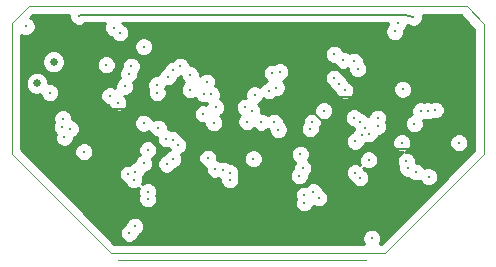
<source format=gbr>
G04 (created by PCBNEW-RS274X (2012-apr-16-27)-stable) date Thu 03 Apr 2014 02:01:57 PM EDT*
G01*
G70*
G90*
%MOIN*%
G04 Gerber Fmt 3.4, Leading zero omitted, Abs format*
%FSLAX34Y34*%
G04 APERTURE LIST*
%ADD10C,0.006000*%
%ADD11C,0.000400*%
%ADD12C,0.002000*%
%ADD13C,0.013000*%
%ADD14C,0.026000*%
%ADD15C,0.008000*%
%ADD16C,0.007000*%
%ADD17C,0.010000*%
G04 APERTURE END LIST*
G54D10*
G54D11*
X24646Y-27224D02*
X27953Y-23917D01*
X15512Y-27224D02*
X12205Y-23917D01*
X15512Y-27224D02*
X24646Y-27224D01*
X12766Y-18996D02*
X12205Y-19557D01*
X27392Y-18996D02*
X27953Y-19596D01*
X26939Y-18996D02*
X27392Y-18996D01*
X27953Y-19596D02*
X27953Y-23917D01*
X16663Y-18996D02*
X26938Y-18996D01*
X12205Y-19557D02*
X12205Y-23917D01*
X16664Y-18996D02*
X12766Y-18996D01*
X15748Y-27461D02*
X24016Y-27461D01*
G54D12*
X15748Y-27461D02*
X24016Y-27461D01*
G54D13*
X25591Y-19360D03*
X14439Y-19331D03*
X24970Y-19833D03*
X12687Y-19665D03*
X16260Y-24783D03*
X17815Y-20984D03*
X16319Y-24508D03*
X17579Y-21122D03*
X17087Y-23051D03*
X18701Y-21516D03*
X17736Y-23622D03*
X18602Y-21909D03*
X18996Y-22362D03*
X18986Y-24419D03*
X19980Y-22362D03*
X19469Y-24774D03*
X20945Y-22854D03*
X20197Y-22480D03*
X22146Y-23081D03*
X20295Y-21939D03*
X21132Y-21171D03*
X21788Y-24643D03*
X23868Y-23268D03*
X23809Y-24705D03*
X24114Y-23248D03*
X23612Y-20827D03*
X22953Y-20591D03*
X24400Y-22717D03*
X25827Y-22480D03*
X25394Y-24390D03*
X26319Y-22451D03*
X25669Y-24518D03*
X21949Y-25285D03*
X23120Y-21585D03*
X23612Y-22707D03*
X22254Y-25177D03*
X15728Y-22205D03*
X16732Y-25413D03*
X15965Y-21663D03*
X16732Y-25177D03*
X17047Y-21870D03*
X17559Y-24094D03*
X21949Y-25551D03*
X22943Y-21388D03*
X23819Y-22835D03*
X22441Y-25384D03*
X16594Y-20334D03*
X13878Y-23012D03*
X16181Y-20994D03*
X14154Y-23071D03*
X16083Y-24587D03*
X17402Y-21339D03*
X18150Y-21280D03*
X16594Y-24232D03*
X17343Y-23406D03*
X18150Y-21772D03*
X17579Y-23445D03*
X18858Y-21929D03*
X18937Y-22874D03*
X19252Y-24459D03*
X19469Y-24537D03*
X20039Y-22835D03*
X17028Y-21614D03*
X17362Y-24252D03*
X20778Y-21811D03*
X21083Y-23100D03*
X21024Y-21703D03*
X22215Y-22854D03*
X21900Y-24380D03*
X20876Y-21220D03*
X23642Y-24537D03*
X23652Y-23494D03*
X23730Y-21083D03*
X23967Y-23051D03*
X23248Y-20787D03*
X24409Y-22992D03*
X25354Y-24154D03*
X25620Y-22904D03*
X26093Y-24675D03*
X26083Y-22480D03*
X13898Y-22736D03*
X15354Y-20945D03*
X16103Y-21240D03*
X13957Y-23366D03*
G54D14*
X13593Y-20846D03*
G54D13*
X24203Y-26732D03*
X25069Y-19557D03*
X15797Y-19872D03*
X16299Y-26329D03*
G54D14*
X13031Y-20915D03*
G54D13*
X24262Y-21614D03*
X26152Y-23445D03*
X14488Y-21752D03*
X17618Y-22441D03*
X15768Y-26693D03*
X19488Y-23524D03*
X15108Y-19705D03*
X15571Y-23661D03*
X23120Y-24016D03*
X21614Y-22323D03*
G54D14*
X13041Y-21555D03*
G54D13*
X16112Y-26555D03*
X13465Y-21870D03*
X18740Y-24055D03*
X27106Y-23543D03*
X16594Y-22895D03*
X25226Y-21762D03*
X14606Y-23839D03*
X20512Y-22854D03*
X18583Y-22579D03*
X20256Y-24075D03*
X25197Y-23543D03*
X24094Y-24114D03*
X15600Y-19705D03*
X23297Y-21791D03*
X21821Y-23927D03*
X22598Y-22470D03*
X16732Y-23780D03*
X15472Y-21978D03*
G54D15*
X14499Y-19271D02*
X23731Y-19271D01*
X23730Y-19272D02*
X25296Y-19272D01*
X25296Y-19272D02*
X25591Y-19360D01*
X23731Y-19271D02*
X23730Y-19272D01*
X14439Y-19331D02*
X14499Y-19271D01*
X14488Y-21752D02*
X13868Y-21752D01*
X13868Y-21752D02*
X13031Y-20915D01*
X15679Y-23769D02*
X15571Y-23661D01*
G54D16*
X17982Y-22805D02*
X17618Y-22441D01*
X18661Y-23484D02*
X17982Y-22805D01*
X18760Y-23484D02*
X18661Y-23484D01*
X15571Y-22578D02*
X15728Y-22421D01*
X17598Y-22421D02*
X17618Y-22441D01*
X17303Y-22421D02*
X17598Y-22421D01*
G54D15*
X15679Y-26427D02*
X15679Y-23769D01*
G54D16*
X23553Y-22028D02*
X21909Y-22028D01*
X19448Y-23484D02*
X18760Y-23484D01*
X19488Y-23524D02*
X19448Y-23484D01*
X15571Y-23661D02*
X15571Y-22578D01*
G54D15*
X15768Y-26693D02*
X15679Y-26427D01*
G54D16*
X23967Y-21614D02*
X23553Y-22028D01*
X23120Y-24016D02*
X23543Y-24016D01*
X23809Y-23750D02*
X25847Y-23750D01*
X23120Y-24016D02*
X23120Y-23386D01*
X17303Y-22421D02*
X15728Y-22421D01*
X16753Y-22421D02*
X17303Y-22421D01*
X15728Y-22421D02*
X15157Y-22421D01*
X23120Y-23386D02*
X22057Y-22323D01*
X21614Y-23130D02*
X21614Y-22323D01*
X24262Y-21614D02*
X23967Y-21614D01*
X15571Y-23661D02*
X15571Y-23603D01*
X23543Y-24016D02*
X23809Y-23750D01*
X15157Y-22421D02*
X14488Y-21752D01*
X22057Y-22323D02*
X21614Y-22323D01*
G54D15*
X15108Y-19705D02*
X14488Y-20325D01*
X14488Y-20325D02*
X14488Y-21752D01*
G54D16*
X21909Y-22028D02*
X21614Y-22323D01*
X19488Y-23524D02*
X21220Y-23524D01*
X25847Y-23750D02*
X26152Y-23445D01*
X21220Y-23524D02*
X21614Y-23130D01*
G54D10*
G36*
X27607Y-19783D02*
X27598Y-23818D01*
X27421Y-23995D01*
X27421Y-23606D01*
X27421Y-23481D01*
X27373Y-23365D01*
X27285Y-23276D01*
X27169Y-23228D01*
X27044Y-23228D01*
X26928Y-23276D01*
X26839Y-23364D01*
X26791Y-23480D01*
X26791Y-23605D01*
X26839Y-23721D01*
X26927Y-23810D01*
X27043Y-23858D01*
X27168Y-23858D01*
X27284Y-23810D01*
X27373Y-23722D01*
X27421Y-23606D01*
X27421Y-23995D01*
X26634Y-24785D01*
X26634Y-22514D01*
X26634Y-22389D01*
X26586Y-22273D01*
X26498Y-22184D01*
X26382Y-22136D01*
X26257Y-22136D01*
X26166Y-22173D01*
X26146Y-22165D01*
X26021Y-22165D01*
X25955Y-22192D01*
X25890Y-22165D01*
X25765Y-22165D01*
X25649Y-22213D01*
X25560Y-22301D01*
X25541Y-22346D01*
X25541Y-21825D01*
X25541Y-21700D01*
X25493Y-21584D01*
X25405Y-21495D01*
X25289Y-21447D01*
X25164Y-21447D01*
X25048Y-21495D01*
X24959Y-21583D01*
X24911Y-21699D01*
X24911Y-21824D01*
X24959Y-21940D01*
X25047Y-22029D01*
X25163Y-22077D01*
X25288Y-22077D01*
X25404Y-22029D01*
X25493Y-21941D01*
X25541Y-21825D01*
X25541Y-22346D01*
X25512Y-22417D01*
X25512Y-22542D01*
X25535Y-22598D01*
X25442Y-22637D01*
X25353Y-22725D01*
X25305Y-22841D01*
X25305Y-22966D01*
X25353Y-23082D01*
X25441Y-23171D01*
X25557Y-23219D01*
X25682Y-23219D01*
X25798Y-23171D01*
X25887Y-23083D01*
X25935Y-22967D01*
X25935Y-22842D01*
X25911Y-22785D01*
X25954Y-22767D01*
X26020Y-22795D01*
X26145Y-22795D01*
X26235Y-22757D01*
X26256Y-22766D01*
X26381Y-22766D01*
X26497Y-22718D01*
X26586Y-22630D01*
X26634Y-22514D01*
X26634Y-24785D01*
X26408Y-25011D01*
X26408Y-24738D01*
X26408Y-24613D01*
X26360Y-24497D01*
X26272Y-24408D01*
X26156Y-24360D01*
X26031Y-24360D01*
X25956Y-24390D01*
X25936Y-24340D01*
X25848Y-24251D01*
X25732Y-24203D01*
X25669Y-24203D01*
X25669Y-24092D01*
X25621Y-23976D01*
X25533Y-23887D01*
X25417Y-23839D01*
X25304Y-23839D01*
X25375Y-23810D01*
X25464Y-23722D01*
X25512Y-23606D01*
X25512Y-23481D01*
X25464Y-23365D01*
X25376Y-23276D01*
X25260Y-23228D01*
X25135Y-23228D01*
X25019Y-23276D01*
X24930Y-23364D01*
X24882Y-23480D01*
X24882Y-23605D01*
X24930Y-23721D01*
X25018Y-23810D01*
X25134Y-23858D01*
X25246Y-23858D01*
X25176Y-23887D01*
X25087Y-23975D01*
X25039Y-24091D01*
X25039Y-24216D01*
X25081Y-24319D01*
X25079Y-24327D01*
X25079Y-24452D01*
X25127Y-24568D01*
X25215Y-24657D01*
X25331Y-24705D01*
X25410Y-24705D01*
X25490Y-24785D01*
X25606Y-24833D01*
X25731Y-24833D01*
X25805Y-24802D01*
X25826Y-24853D01*
X25914Y-24942D01*
X26030Y-24990D01*
X26155Y-24990D01*
X26271Y-24942D01*
X26360Y-24854D01*
X26408Y-24738D01*
X26408Y-25011D01*
X24724Y-26701D01*
X24724Y-23055D01*
X24724Y-22930D01*
X24688Y-22844D01*
X24715Y-22780D01*
X24715Y-22655D01*
X24667Y-22539D01*
X24579Y-22450D01*
X24463Y-22402D01*
X24338Y-22402D01*
X24222Y-22450D01*
X24133Y-22538D01*
X24085Y-22654D01*
X24085Y-22655D01*
X24045Y-22615D01*
X24045Y-21146D01*
X24045Y-21021D01*
X23997Y-20905D01*
X23927Y-20834D01*
X23927Y-20765D01*
X23879Y-20649D01*
X23791Y-20560D01*
X23675Y-20512D01*
X23550Y-20512D01*
X23457Y-20550D01*
X23427Y-20520D01*
X23311Y-20472D01*
X23244Y-20472D01*
X23220Y-20413D01*
X23132Y-20324D01*
X23016Y-20276D01*
X22891Y-20276D01*
X22775Y-20324D01*
X22686Y-20412D01*
X22638Y-20528D01*
X22638Y-20653D01*
X22686Y-20769D01*
X22774Y-20858D01*
X22890Y-20906D01*
X22956Y-20906D01*
X22981Y-20965D01*
X23069Y-21054D01*
X23185Y-21102D01*
X23310Y-21102D01*
X23402Y-21063D01*
X23415Y-21075D01*
X23415Y-21145D01*
X23463Y-21261D01*
X23551Y-21350D01*
X23667Y-21398D01*
X23792Y-21398D01*
X23908Y-21350D01*
X23997Y-21262D01*
X24045Y-21146D01*
X24045Y-22615D01*
X23998Y-22568D01*
X23882Y-22520D01*
X23870Y-22520D01*
X23791Y-22440D01*
X23675Y-22392D01*
X23612Y-22392D01*
X23612Y-21854D01*
X23612Y-21729D01*
X23564Y-21613D01*
X23476Y-21524D01*
X23427Y-21503D01*
X23387Y-21407D01*
X23299Y-21318D01*
X23245Y-21295D01*
X23210Y-21210D01*
X23122Y-21121D01*
X23006Y-21073D01*
X22881Y-21073D01*
X22765Y-21121D01*
X22676Y-21209D01*
X22628Y-21325D01*
X22628Y-21450D01*
X22676Y-21566D01*
X22764Y-21655D01*
X22817Y-21677D01*
X22853Y-21763D01*
X22941Y-21852D01*
X22989Y-21872D01*
X23030Y-21969D01*
X23118Y-22058D01*
X23234Y-22106D01*
X23359Y-22106D01*
X23475Y-22058D01*
X23564Y-21970D01*
X23612Y-21854D01*
X23612Y-22392D01*
X23550Y-22392D01*
X23434Y-22440D01*
X23345Y-22528D01*
X23297Y-22644D01*
X23297Y-22769D01*
X23345Y-22885D01*
X23433Y-22974D01*
X23549Y-23022D01*
X23560Y-23022D01*
X23614Y-23075D01*
X23601Y-23089D01*
X23558Y-23192D01*
X23474Y-23227D01*
X23385Y-23315D01*
X23337Y-23431D01*
X23337Y-23556D01*
X23385Y-23672D01*
X23473Y-23761D01*
X23589Y-23809D01*
X23714Y-23809D01*
X23830Y-23761D01*
X23919Y-23673D01*
X23961Y-23569D01*
X24014Y-23547D01*
X24051Y-23563D01*
X24176Y-23563D01*
X24292Y-23515D01*
X24381Y-23427D01*
X24429Y-23311D01*
X24429Y-23307D01*
X24471Y-23307D01*
X24587Y-23259D01*
X24676Y-23171D01*
X24724Y-23055D01*
X24724Y-26701D01*
X24507Y-26919D01*
X24461Y-26918D01*
X24470Y-26911D01*
X24518Y-26795D01*
X24518Y-26670D01*
X24470Y-26554D01*
X24409Y-26492D01*
X24409Y-24177D01*
X24409Y-24052D01*
X24361Y-23936D01*
X24273Y-23847D01*
X24157Y-23799D01*
X24032Y-23799D01*
X23916Y-23847D01*
X23827Y-23935D01*
X23779Y-24051D01*
X23779Y-24176D01*
X23817Y-24268D01*
X23705Y-24222D01*
X23580Y-24222D01*
X23464Y-24270D01*
X23375Y-24358D01*
X23327Y-24474D01*
X23327Y-24599D01*
X23375Y-24715D01*
X23463Y-24804D01*
X23518Y-24827D01*
X23542Y-24883D01*
X23630Y-24972D01*
X23746Y-25020D01*
X23871Y-25020D01*
X23987Y-24972D01*
X24076Y-24884D01*
X24124Y-24768D01*
X24124Y-24643D01*
X24076Y-24527D01*
X23988Y-24438D01*
X23932Y-24414D01*
X23918Y-24382D01*
X24031Y-24429D01*
X24156Y-24429D01*
X24272Y-24381D01*
X24361Y-24293D01*
X24409Y-24177D01*
X24409Y-26492D01*
X24382Y-26465D01*
X24266Y-26417D01*
X24141Y-26417D01*
X24025Y-26465D01*
X23936Y-26553D01*
X23888Y-26669D01*
X23888Y-26794D01*
X23936Y-26910D01*
X23944Y-26918D01*
X22913Y-26916D01*
X22913Y-22533D01*
X22913Y-22408D01*
X22865Y-22292D01*
X22777Y-22203D01*
X22661Y-22155D01*
X22536Y-22155D01*
X22420Y-22203D01*
X22331Y-22291D01*
X22283Y-22407D01*
X22283Y-22532D01*
X22287Y-22542D01*
X22278Y-22539D01*
X22153Y-22539D01*
X22037Y-22587D01*
X21948Y-22675D01*
X21900Y-22791D01*
X21900Y-22881D01*
X21879Y-22902D01*
X21831Y-23018D01*
X21831Y-23143D01*
X21879Y-23259D01*
X21967Y-23348D01*
X22083Y-23396D01*
X22208Y-23396D01*
X22324Y-23348D01*
X22413Y-23260D01*
X22461Y-23144D01*
X22461Y-23053D01*
X22482Y-23033D01*
X22530Y-22917D01*
X22530Y-22792D01*
X22525Y-22781D01*
X22535Y-22785D01*
X22660Y-22785D01*
X22776Y-22737D01*
X22865Y-22649D01*
X22913Y-22533D01*
X22913Y-26916D01*
X22756Y-26916D01*
X22756Y-25447D01*
X22756Y-25322D01*
X22708Y-25206D01*
X22620Y-25117D01*
X22559Y-25091D01*
X22521Y-24999D01*
X22433Y-24910D01*
X22317Y-24862D01*
X22215Y-24862D01*
X22215Y-24443D01*
X22215Y-24318D01*
X22167Y-24202D01*
X22079Y-24113D01*
X22088Y-24106D01*
X22136Y-23990D01*
X22136Y-23865D01*
X22088Y-23749D01*
X22000Y-23660D01*
X21884Y-23612D01*
X21759Y-23612D01*
X21643Y-23660D01*
X21554Y-23748D01*
X21506Y-23864D01*
X21506Y-23989D01*
X21554Y-24105D01*
X21641Y-24193D01*
X21633Y-24201D01*
X21585Y-24317D01*
X21585Y-24400D01*
X21521Y-24464D01*
X21473Y-24580D01*
X21473Y-24705D01*
X21521Y-24821D01*
X21609Y-24910D01*
X21725Y-24958D01*
X21850Y-24958D01*
X21966Y-24910D01*
X22055Y-24822D01*
X22103Y-24706D01*
X22103Y-24622D01*
X22167Y-24559D01*
X22215Y-24443D01*
X22215Y-24862D01*
X22192Y-24862D01*
X22076Y-24910D01*
X22014Y-24970D01*
X22012Y-24970D01*
X21887Y-24970D01*
X21771Y-25018D01*
X21682Y-25106D01*
X21634Y-25222D01*
X21634Y-25347D01*
X21663Y-25417D01*
X21634Y-25488D01*
X21634Y-25613D01*
X21682Y-25729D01*
X21770Y-25818D01*
X21886Y-25866D01*
X22011Y-25866D01*
X22127Y-25818D01*
X22216Y-25730D01*
X22252Y-25641D01*
X22262Y-25651D01*
X22378Y-25699D01*
X22503Y-25699D01*
X22619Y-25651D01*
X22708Y-25563D01*
X22756Y-25447D01*
X22756Y-26916D01*
X21447Y-26915D01*
X21447Y-21234D01*
X21447Y-21109D01*
X21399Y-20993D01*
X21311Y-20904D01*
X21195Y-20856D01*
X21070Y-20856D01*
X20954Y-20904D01*
X20948Y-20909D01*
X20939Y-20905D01*
X20814Y-20905D01*
X20698Y-20953D01*
X20609Y-21041D01*
X20561Y-21157D01*
X20561Y-21282D01*
X20609Y-21398D01*
X20697Y-21487D01*
X20718Y-21496D01*
X20716Y-21496D01*
X20600Y-21544D01*
X20511Y-21632D01*
X20488Y-21686D01*
X20474Y-21672D01*
X20358Y-21624D01*
X20233Y-21624D01*
X20117Y-21672D01*
X20028Y-21760D01*
X19980Y-21876D01*
X19980Y-22001D01*
X19999Y-22047D01*
X19918Y-22047D01*
X19802Y-22095D01*
X19713Y-22183D01*
X19665Y-22299D01*
X19665Y-22424D01*
X19713Y-22540D01*
X19800Y-22628D01*
X19772Y-22656D01*
X19724Y-22772D01*
X19724Y-22897D01*
X19772Y-23013D01*
X19860Y-23102D01*
X19976Y-23150D01*
X20101Y-23150D01*
X20217Y-23102D01*
X20266Y-23053D01*
X20333Y-23121D01*
X20449Y-23169D01*
X20574Y-23169D01*
X20690Y-23121D01*
X20728Y-23083D01*
X20766Y-23121D01*
X20768Y-23121D01*
X20768Y-23162D01*
X20816Y-23278D01*
X20904Y-23367D01*
X21020Y-23415D01*
X21145Y-23415D01*
X21261Y-23367D01*
X21350Y-23279D01*
X21398Y-23163D01*
X21398Y-23038D01*
X21350Y-22922D01*
X21262Y-22833D01*
X21260Y-22832D01*
X21260Y-22792D01*
X21212Y-22676D01*
X21124Y-22587D01*
X21008Y-22539D01*
X20883Y-22539D01*
X20767Y-22587D01*
X20728Y-22624D01*
X20691Y-22587D01*
X20575Y-22539D01*
X20512Y-22539D01*
X20512Y-22418D01*
X20464Y-22302D01*
X20399Y-22236D01*
X20473Y-22206D01*
X20562Y-22118D01*
X20584Y-22063D01*
X20599Y-22078D01*
X20715Y-22126D01*
X20840Y-22126D01*
X20956Y-22078D01*
X21016Y-22018D01*
X21086Y-22018D01*
X21202Y-21970D01*
X21291Y-21882D01*
X21339Y-21766D01*
X21339Y-21641D01*
X21291Y-21525D01*
X21235Y-21468D01*
X21310Y-21438D01*
X21399Y-21350D01*
X21447Y-21234D01*
X21447Y-26915D01*
X20571Y-26914D01*
X20571Y-24138D01*
X20571Y-24013D01*
X20523Y-23897D01*
X20435Y-23808D01*
X20319Y-23760D01*
X20194Y-23760D01*
X20078Y-23808D01*
X19989Y-23896D01*
X19941Y-24012D01*
X19941Y-24137D01*
X19989Y-24253D01*
X20077Y-24342D01*
X20193Y-24390D01*
X20318Y-24390D01*
X20434Y-24342D01*
X20523Y-24254D01*
X20571Y-24138D01*
X20571Y-26914D01*
X19784Y-26913D01*
X19784Y-24837D01*
X19784Y-24712D01*
X19760Y-24656D01*
X19784Y-24600D01*
X19784Y-24475D01*
X19736Y-24359D01*
X19648Y-24270D01*
X19532Y-24222D01*
X19460Y-24222D01*
X19431Y-24192D01*
X19315Y-24144D01*
X19311Y-24144D01*
X19311Y-22425D01*
X19311Y-22300D01*
X19263Y-22184D01*
X19175Y-22095D01*
X19136Y-22079D01*
X19173Y-21992D01*
X19173Y-21867D01*
X19125Y-21751D01*
X19037Y-21662D01*
X18989Y-21642D01*
X19016Y-21579D01*
X19016Y-21454D01*
X18968Y-21338D01*
X18880Y-21249D01*
X18764Y-21201D01*
X18639Y-21201D01*
X18523Y-21249D01*
X18465Y-21306D01*
X18465Y-21218D01*
X18417Y-21102D01*
X18329Y-21013D01*
X18213Y-20965D01*
X18130Y-20965D01*
X18130Y-20922D01*
X18082Y-20806D01*
X17994Y-20717D01*
X17878Y-20669D01*
X17753Y-20669D01*
X17637Y-20717D01*
X17548Y-20805D01*
X17547Y-20807D01*
X17517Y-20807D01*
X17401Y-20855D01*
X17312Y-20943D01*
X17265Y-21054D01*
X17224Y-21072D01*
X17135Y-21160D01*
X17087Y-21276D01*
X17087Y-21299D01*
X16966Y-21299D01*
X16909Y-21322D01*
X16909Y-20397D01*
X16909Y-20272D01*
X16861Y-20156D01*
X16773Y-20067D01*
X16657Y-20019D01*
X16532Y-20019D01*
X16416Y-20067D01*
X16327Y-20155D01*
X16279Y-20271D01*
X16279Y-20396D01*
X16327Y-20512D01*
X16415Y-20601D01*
X16531Y-20649D01*
X16656Y-20649D01*
X16772Y-20601D01*
X16861Y-20513D01*
X16909Y-20397D01*
X16909Y-21322D01*
X16850Y-21347D01*
X16761Y-21435D01*
X16713Y-21551D01*
X16713Y-21676D01*
X16749Y-21764D01*
X16732Y-21807D01*
X16732Y-21932D01*
X16780Y-22048D01*
X16868Y-22137D01*
X16984Y-22185D01*
X17109Y-22185D01*
X17225Y-22137D01*
X17314Y-22049D01*
X17362Y-21933D01*
X17362Y-21808D01*
X17325Y-21719D01*
X17343Y-21677D01*
X17343Y-21654D01*
X17464Y-21654D01*
X17580Y-21606D01*
X17669Y-21518D01*
X17715Y-21406D01*
X17757Y-21389D01*
X17835Y-21311D01*
X17835Y-21342D01*
X17883Y-21458D01*
X17950Y-21526D01*
X17883Y-21593D01*
X17835Y-21709D01*
X17835Y-21834D01*
X17883Y-21950D01*
X17971Y-22039D01*
X18087Y-22087D01*
X18212Y-22087D01*
X18317Y-22043D01*
X18335Y-22087D01*
X18423Y-22176D01*
X18539Y-22224D01*
X18664Y-22224D01*
X18705Y-22206D01*
X18717Y-22211D01*
X18688Y-22281D01*
X18646Y-22264D01*
X18521Y-22264D01*
X18405Y-22312D01*
X18316Y-22400D01*
X18268Y-22516D01*
X18268Y-22641D01*
X18316Y-22757D01*
X18404Y-22846D01*
X18520Y-22894D01*
X18622Y-22894D01*
X18622Y-22936D01*
X18670Y-23052D01*
X18758Y-23141D01*
X18874Y-23189D01*
X18999Y-23189D01*
X19115Y-23141D01*
X19204Y-23053D01*
X19252Y-22937D01*
X19252Y-22812D01*
X19204Y-22696D01*
X19148Y-22639D01*
X19174Y-22629D01*
X19263Y-22541D01*
X19311Y-22425D01*
X19311Y-24144D01*
X19190Y-24144D01*
X19166Y-24153D01*
X19165Y-24152D01*
X19055Y-24106D01*
X19055Y-23993D01*
X19007Y-23877D01*
X18919Y-23788D01*
X18803Y-23740D01*
X18678Y-23740D01*
X18562Y-23788D01*
X18473Y-23876D01*
X18425Y-23992D01*
X18425Y-24117D01*
X18473Y-24233D01*
X18561Y-24322D01*
X18671Y-24367D01*
X18671Y-24481D01*
X18719Y-24597D01*
X18807Y-24686D01*
X18923Y-24734D01*
X19048Y-24734D01*
X19071Y-24724D01*
X19073Y-24726D01*
X19154Y-24759D01*
X19154Y-24836D01*
X19202Y-24952D01*
X19290Y-25041D01*
X19406Y-25089D01*
X19531Y-25089D01*
X19647Y-25041D01*
X19736Y-24953D01*
X19784Y-24837D01*
X19784Y-26913D01*
X18051Y-26911D01*
X18051Y-23685D01*
X18051Y-23560D01*
X18003Y-23444D01*
X17915Y-23355D01*
X17875Y-23338D01*
X17846Y-23267D01*
X17758Y-23178D01*
X17642Y-23130D01*
X17517Y-23130D01*
X17508Y-23133D01*
X17406Y-23091D01*
X17402Y-23091D01*
X17402Y-22989D01*
X17354Y-22873D01*
X17266Y-22784D01*
X17150Y-22736D01*
X17025Y-22736D01*
X16909Y-22784D01*
X16894Y-22798D01*
X16861Y-22717D01*
X16773Y-22628D01*
X16657Y-22580D01*
X16532Y-22580D01*
X16496Y-22594D01*
X16496Y-21057D01*
X16496Y-20932D01*
X16448Y-20816D01*
X16360Y-20727D01*
X16244Y-20679D01*
X16119Y-20679D01*
X16003Y-20727D01*
X15914Y-20815D01*
X15866Y-20931D01*
X15866Y-21031D01*
X15836Y-21061D01*
X15788Y-21177D01*
X15788Y-21302D01*
X15821Y-21381D01*
X15787Y-21396D01*
X15698Y-21484D01*
X15669Y-21554D01*
X15669Y-21008D01*
X15669Y-20883D01*
X15621Y-20767D01*
X15533Y-20678D01*
X15417Y-20630D01*
X15292Y-20630D01*
X15176Y-20678D01*
X15087Y-20766D01*
X15039Y-20882D01*
X15039Y-21007D01*
X15087Y-21123D01*
X15175Y-21212D01*
X15291Y-21260D01*
X15416Y-21260D01*
X15532Y-21212D01*
X15621Y-21124D01*
X15669Y-21008D01*
X15669Y-21554D01*
X15650Y-21600D01*
X15650Y-21710D01*
X15535Y-21663D01*
X15410Y-21663D01*
X15294Y-21711D01*
X15205Y-21799D01*
X15157Y-21915D01*
X15157Y-22040D01*
X15205Y-22156D01*
X15293Y-22245D01*
X15409Y-22293D01*
X15423Y-22293D01*
X15461Y-22383D01*
X15549Y-22472D01*
X15665Y-22520D01*
X15790Y-22520D01*
X15906Y-22472D01*
X15995Y-22384D01*
X16043Y-22268D01*
X16043Y-22143D01*
X15995Y-22027D01*
X15946Y-21978D01*
X16027Y-21978D01*
X16143Y-21930D01*
X16232Y-21842D01*
X16280Y-21726D01*
X16280Y-21601D01*
X16246Y-21521D01*
X16281Y-21507D01*
X16370Y-21419D01*
X16418Y-21303D01*
X16418Y-21202D01*
X16448Y-21173D01*
X16496Y-21057D01*
X16496Y-22594D01*
X16416Y-22628D01*
X16327Y-22716D01*
X16279Y-22832D01*
X16279Y-22957D01*
X16327Y-23073D01*
X16415Y-23162D01*
X16531Y-23210D01*
X16656Y-23210D01*
X16772Y-23162D01*
X16786Y-23147D01*
X16820Y-23229D01*
X16908Y-23318D01*
X17024Y-23366D01*
X17028Y-23366D01*
X17028Y-23468D01*
X17076Y-23584D01*
X17164Y-23673D01*
X17280Y-23721D01*
X17405Y-23721D01*
X17413Y-23717D01*
X17439Y-23728D01*
X17465Y-23791D01*
X17381Y-23827D01*
X17292Y-23915D01*
X17279Y-23945D01*
X17184Y-23985D01*
X17095Y-24073D01*
X17047Y-24189D01*
X17047Y-24314D01*
X17095Y-24430D01*
X17183Y-24519D01*
X17299Y-24567D01*
X17424Y-24567D01*
X17540Y-24519D01*
X17629Y-24431D01*
X17641Y-24400D01*
X17737Y-24361D01*
X17826Y-24273D01*
X17874Y-24157D01*
X17874Y-24032D01*
X17829Y-23924D01*
X17914Y-23889D01*
X18003Y-23801D01*
X18051Y-23685D01*
X18051Y-26911D01*
X17047Y-26910D01*
X17047Y-25476D01*
X17047Y-25351D01*
X17024Y-25295D01*
X17047Y-25240D01*
X17047Y-25115D01*
X16999Y-24999D01*
X16911Y-24910D01*
X16795Y-24862D01*
X16670Y-24862D01*
X16554Y-24910D01*
X16544Y-24919D01*
X16575Y-24846D01*
X16575Y-24721D01*
X16568Y-24704D01*
X16586Y-24687D01*
X16634Y-24571D01*
X16634Y-24547D01*
X16656Y-24547D01*
X16772Y-24499D01*
X16861Y-24411D01*
X16909Y-24295D01*
X16909Y-24170D01*
X16865Y-24065D01*
X16910Y-24047D01*
X16999Y-23959D01*
X17047Y-23843D01*
X17047Y-23718D01*
X16999Y-23602D01*
X16911Y-23513D01*
X16795Y-23465D01*
X16670Y-23465D01*
X16554Y-23513D01*
X16465Y-23601D01*
X16417Y-23717D01*
X16417Y-23842D01*
X16460Y-23946D01*
X16416Y-23965D01*
X16327Y-24053D01*
X16279Y-24169D01*
X16279Y-24193D01*
X16257Y-24193D01*
X16141Y-24241D01*
X16109Y-24272D01*
X16021Y-24272D01*
X15905Y-24320D01*
X15816Y-24408D01*
X15768Y-24524D01*
X15768Y-24649D01*
X15816Y-24765D01*
X15904Y-24854D01*
X15957Y-24876D01*
X15993Y-24961D01*
X16081Y-25050D01*
X16197Y-25098D01*
X16322Y-25098D01*
X16438Y-25050D01*
X16447Y-25040D01*
X16417Y-25114D01*
X16417Y-25239D01*
X16439Y-25294D01*
X16417Y-25350D01*
X16417Y-25475D01*
X16465Y-25591D01*
X16553Y-25680D01*
X16669Y-25728D01*
X16794Y-25728D01*
X16910Y-25680D01*
X16999Y-25592D01*
X17047Y-25476D01*
X17047Y-26910D01*
X16614Y-26910D01*
X16614Y-26392D01*
X16614Y-26267D01*
X16566Y-26151D01*
X16478Y-26062D01*
X16362Y-26014D01*
X16237Y-26014D01*
X16121Y-26062D01*
X16032Y-26150D01*
X15984Y-26266D01*
X15984Y-26267D01*
X15934Y-26288D01*
X15845Y-26376D01*
X15797Y-26492D01*
X15797Y-26617D01*
X15845Y-26733D01*
X15933Y-26822D01*
X16049Y-26870D01*
X16174Y-26870D01*
X16290Y-26822D01*
X16379Y-26734D01*
X16427Y-26618D01*
X16427Y-26616D01*
X16477Y-26596D01*
X16566Y-26508D01*
X16614Y-26392D01*
X16614Y-26910D01*
X15621Y-26909D01*
X14921Y-26198D01*
X14921Y-23902D01*
X14921Y-23777D01*
X14873Y-23661D01*
X14785Y-23572D01*
X14669Y-23524D01*
X14544Y-23524D01*
X14469Y-23555D01*
X14469Y-23134D01*
X14469Y-23009D01*
X14421Y-22893D01*
X14333Y-22804D01*
X14217Y-22756D01*
X14213Y-22756D01*
X14213Y-22674D01*
X14165Y-22558D01*
X14077Y-22469D01*
X13973Y-22425D01*
X13973Y-20922D01*
X13973Y-20771D01*
X13915Y-20631D01*
X13809Y-20524D01*
X13669Y-20466D01*
X13518Y-20466D01*
X13378Y-20524D01*
X13271Y-20630D01*
X13213Y-20770D01*
X13213Y-20921D01*
X13271Y-21061D01*
X13377Y-21168D01*
X13517Y-21226D01*
X13668Y-21226D01*
X13808Y-21168D01*
X13915Y-21062D01*
X13973Y-20922D01*
X13973Y-22425D01*
X13961Y-22421D01*
X13836Y-22421D01*
X13780Y-22444D01*
X13780Y-21933D01*
X13780Y-21808D01*
X13732Y-21692D01*
X13644Y-21603D01*
X13528Y-21555D01*
X13421Y-21555D01*
X13421Y-21480D01*
X13363Y-21340D01*
X13257Y-21233D01*
X13117Y-21175D01*
X12966Y-21175D01*
X12826Y-21233D01*
X12719Y-21339D01*
X12661Y-21479D01*
X12661Y-21630D01*
X12719Y-21770D01*
X12825Y-21877D01*
X12965Y-21935D01*
X13116Y-21935D01*
X13150Y-21920D01*
X13150Y-21932D01*
X13198Y-22048D01*
X13286Y-22137D01*
X13402Y-22185D01*
X13527Y-22185D01*
X13643Y-22137D01*
X13732Y-22049D01*
X13780Y-21933D01*
X13780Y-22444D01*
X13720Y-22469D01*
X13631Y-22557D01*
X13583Y-22673D01*
X13583Y-22798D01*
X13604Y-22849D01*
X13563Y-22949D01*
X13563Y-23074D01*
X13611Y-23190D01*
X13665Y-23245D01*
X13642Y-23303D01*
X13642Y-23428D01*
X13690Y-23544D01*
X13778Y-23633D01*
X13894Y-23681D01*
X14019Y-23681D01*
X14135Y-23633D01*
X14224Y-23545D01*
X14272Y-23429D01*
X14272Y-23362D01*
X14332Y-23338D01*
X14421Y-23250D01*
X14469Y-23134D01*
X14469Y-23555D01*
X14428Y-23572D01*
X14339Y-23660D01*
X14291Y-23776D01*
X14291Y-23901D01*
X14339Y-24017D01*
X14427Y-24106D01*
X14543Y-24154D01*
X14668Y-24154D01*
X14784Y-24106D01*
X14873Y-24018D01*
X14921Y-23902D01*
X14921Y-26198D01*
X12520Y-23760D01*
X12520Y-19936D01*
X12624Y-19980D01*
X12749Y-19980D01*
X12865Y-19932D01*
X12954Y-19844D01*
X13002Y-19728D01*
X13002Y-19603D01*
X12954Y-19487D01*
X12866Y-19398D01*
X12807Y-19373D01*
X12895Y-19282D01*
X14124Y-19282D01*
X14124Y-19393D01*
X14172Y-19509D01*
X14260Y-19598D01*
X14376Y-19646D01*
X14501Y-19646D01*
X14617Y-19598D01*
X14654Y-19561D01*
X15318Y-19561D01*
X15285Y-19642D01*
X15285Y-19767D01*
X15333Y-19883D01*
X15421Y-19972D01*
X15513Y-20010D01*
X15530Y-20050D01*
X15618Y-20139D01*
X15734Y-20187D01*
X15859Y-20187D01*
X15975Y-20139D01*
X16064Y-20051D01*
X16112Y-19935D01*
X16112Y-19810D01*
X16064Y-19694D01*
X15976Y-19605D01*
X15883Y-19566D01*
X15881Y-19561D01*
X23724Y-19561D01*
X23730Y-19562D01*
X24754Y-19562D01*
X24754Y-19603D01*
X24703Y-19654D01*
X24655Y-19770D01*
X24655Y-19895D01*
X24703Y-20011D01*
X24791Y-20100D01*
X24907Y-20148D01*
X25032Y-20148D01*
X25148Y-20100D01*
X25237Y-20012D01*
X25285Y-19896D01*
X25285Y-19786D01*
X25336Y-19736D01*
X25384Y-19620D01*
X25384Y-19601D01*
X25387Y-19602D01*
X25412Y-19627D01*
X25528Y-19675D01*
X25653Y-19675D01*
X25769Y-19627D01*
X25858Y-19539D01*
X25906Y-19423D01*
X25906Y-19298D01*
X25899Y-19282D01*
X27163Y-19282D01*
X27607Y-19783D01*
X27607Y-19783D01*
G37*
G54D17*
X27607Y-19783D02*
X27598Y-23818D01*
X27421Y-23995D01*
X27421Y-23606D01*
X27421Y-23481D01*
X27373Y-23365D01*
X27285Y-23276D01*
X27169Y-23228D01*
X27044Y-23228D01*
X26928Y-23276D01*
X26839Y-23364D01*
X26791Y-23480D01*
X26791Y-23605D01*
X26839Y-23721D01*
X26927Y-23810D01*
X27043Y-23858D01*
X27168Y-23858D01*
X27284Y-23810D01*
X27373Y-23722D01*
X27421Y-23606D01*
X27421Y-23995D01*
X26634Y-24785D01*
X26634Y-22514D01*
X26634Y-22389D01*
X26586Y-22273D01*
X26498Y-22184D01*
X26382Y-22136D01*
X26257Y-22136D01*
X26166Y-22173D01*
X26146Y-22165D01*
X26021Y-22165D01*
X25955Y-22192D01*
X25890Y-22165D01*
X25765Y-22165D01*
X25649Y-22213D01*
X25560Y-22301D01*
X25541Y-22346D01*
X25541Y-21825D01*
X25541Y-21700D01*
X25493Y-21584D01*
X25405Y-21495D01*
X25289Y-21447D01*
X25164Y-21447D01*
X25048Y-21495D01*
X24959Y-21583D01*
X24911Y-21699D01*
X24911Y-21824D01*
X24959Y-21940D01*
X25047Y-22029D01*
X25163Y-22077D01*
X25288Y-22077D01*
X25404Y-22029D01*
X25493Y-21941D01*
X25541Y-21825D01*
X25541Y-22346D01*
X25512Y-22417D01*
X25512Y-22542D01*
X25535Y-22598D01*
X25442Y-22637D01*
X25353Y-22725D01*
X25305Y-22841D01*
X25305Y-22966D01*
X25353Y-23082D01*
X25441Y-23171D01*
X25557Y-23219D01*
X25682Y-23219D01*
X25798Y-23171D01*
X25887Y-23083D01*
X25935Y-22967D01*
X25935Y-22842D01*
X25911Y-22785D01*
X25954Y-22767D01*
X26020Y-22795D01*
X26145Y-22795D01*
X26235Y-22757D01*
X26256Y-22766D01*
X26381Y-22766D01*
X26497Y-22718D01*
X26586Y-22630D01*
X26634Y-22514D01*
X26634Y-24785D01*
X26408Y-25011D01*
X26408Y-24738D01*
X26408Y-24613D01*
X26360Y-24497D01*
X26272Y-24408D01*
X26156Y-24360D01*
X26031Y-24360D01*
X25956Y-24390D01*
X25936Y-24340D01*
X25848Y-24251D01*
X25732Y-24203D01*
X25669Y-24203D01*
X25669Y-24092D01*
X25621Y-23976D01*
X25533Y-23887D01*
X25417Y-23839D01*
X25304Y-23839D01*
X25375Y-23810D01*
X25464Y-23722D01*
X25512Y-23606D01*
X25512Y-23481D01*
X25464Y-23365D01*
X25376Y-23276D01*
X25260Y-23228D01*
X25135Y-23228D01*
X25019Y-23276D01*
X24930Y-23364D01*
X24882Y-23480D01*
X24882Y-23605D01*
X24930Y-23721D01*
X25018Y-23810D01*
X25134Y-23858D01*
X25246Y-23858D01*
X25176Y-23887D01*
X25087Y-23975D01*
X25039Y-24091D01*
X25039Y-24216D01*
X25081Y-24319D01*
X25079Y-24327D01*
X25079Y-24452D01*
X25127Y-24568D01*
X25215Y-24657D01*
X25331Y-24705D01*
X25410Y-24705D01*
X25490Y-24785D01*
X25606Y-24833D01*
X25731Y-24833D01*
X25805Y-24802D01*
X25826Y-24853D01*
X25914Y-24942D01*
X26030Y-24990D01*
X26155Y-24990D01*
X26271Y-24942D01*
X26360Y-24854D01*
X26408Y-24738D01*
X26408Y-25011D01*
X24724Y-26701D01*
X24724Y-23055D01*
X24724Y-22930D01*
X24688Y-22844D01*
X24715Y-22780D01*
X24715Y-22655D01*
X24667Y-22539D01*
X24579Y-22450D01*
X24463Y-22402D01*
X24338Y-22402D01*
X24222Y-22450D01*
X24133Y-22538D01*
X24085Y-22654D01*
X24085Y-22655D01*
X24045Y-22615D01*
X24045Y-21146D01*
X24045Y-21021D01*
X23997Y-20905D01*
X23927Y-20834D01*
X23927Y-20765D01*
X23879Y-20649D01*
X23791Y-20560D01*
X23675Y-20512D01*
X23550Y-20512D01*
X23457Y-20550D01*
X23427Y-20520D01*
X23311Y-20472D01*
X23244Y-20472D01*
X23220Y-20413D01*
X23132Y-20324D01*
X23016Y-20276D01*
X22891Y-20276D01*
X22775Y-20324D01*
X22686Y-20412D01*
X22638Y-20528D01*
X22638Y-20653D01*
X22686Y-20769D01*
X22774Y-20858D01*
X22890Y-20906D01*
X22956Y-20906D01*
X22981Y-20965D01*
X23069Y-21054D01*
X23185Y-21102D01*
X23310Y-21102D01*
X23402Y-21063D01*
X23415Y-21075D01*
X23415Y-21145D01*
X23463Y-21261D01*
X23551Y-21350D01*
X23667Y-21398D01*
X23792Y-21398D01*
X23908Y-21350D01*
X23997Y-21262D01*
X24045Y-21146D01*
X24045Y-22615D01*
X23998Y-22568D01*
X23882Y-22520D01*
X23870Y-22520D01*
X23791Y-22440D01*
X23675Y-22392D01*
X23612Y-22392D01*
X23612Y-21854D01*
X23612Y-21729D01*
X23564Y-21613D01*
X23476Y-21524D01*
X23427Y-21503D01*
X23387Y-21407D01*
X23299Y-21318D01*
X23245Y-21295D01*
X23210Y-21210D01*
X23122Y-21121D01*
X23006Y-21073D01*
X22881Y-21073D01*
X22765Y-21121D01*
X22676Y-21209D01*
X22628Y-21325D01*
X22628Y-21450D01*
X22676Y-21566D01*
X22764Y-21655D01*
X22817Y-21677D01*
X22853Y-21763D01*
X22941Y-21852D01*
X22989Y-21872D01*
X23030Y-21969D01*
X23118Y-22058D01*
X23234Y-22106D01*
X23359Y-22106D01*
X23475Y-22058D01*
X23564Y-21970D01*
X23612Y-21854D01*
X23612Y-22392D01*
X23550Y-22392D01*
X23434Y-22440D01*
X23345Y-22528D01*
X23297Y-22644D01*
X23297Y-22769D01*
X23345Y-22885D01*
X23433Y-22974D01*
X23549Y-23022D01*
X23560Y-23022D01*
X23614Y-23075D01*
X23601Y-23089D01*
X23558Y-23192D01*
X23474Y-23227D01*
X23385Y-23315D01*
X23337Y-23431D01*
X23337Y-23556D01*
X23385Y-23672D01*
X23473Y-23761D01*
X23589Y-23809D01*
X23714Y-23809D01*
X23830Y-23761D01*
X23919Y-23673D01*
X23961Y-23569D01*
X24014Y-23547D01*
X24051Y-23563D01*
X24176Y-23563D01*
X24292Y-23515D01*
X24381Y-23427D01*
X24429Y-23311D01*
X24429Y-23307D01*
X24471Y-23307D01*
X24587Y-23259D01*
X24676Y-23171D01*
X24724Y-23055D01*
X24724Y-26701D01*
X24507Y-26919D01*
X24461Y-26918D01*
X24470Y-26911D01*
X24518Y-26795D01*
X24518Y-26670D01*
X24470Y-26554D01*
X24409Y-26492D01*
X24409Y-24177D01*
X24409Y-24052D01*
X24361Y-23936D01*
X24273Y-23847D01*
X24157Y-23799D01*
X24032Y-23799D01*
X23916Y-23847D01*
X23827Y-23935D01*
X23779Y-24051D01*
X23779Y-24176D01*
X23817Y-24268D01*
X23705Y-24222D01*
X23580Y-24222D01*
X23464Y-24270D01*
X23375Y-24358D01*
X23327Y-24474D01*
X23327Y-24599D01*
X23375Y-24715D01*
X23463Y-24804D01*
X23518Y-24827D01*
X23542Y-24883D01*
X23630Y-24972D01*
X23746Y-25020D01*
X23871Y-25020D01*
X23987Y-24972D01*
X24076Y-24884D01*
X24124Y-24768D01*
X24124Y-24643D01*
X24076Y-24527D01*
X23988Y-24438D01*
X23932Y-24414D01*
X23918Y-24382D01*
X24031Y-24429D01*
X24156Y-24429D01*
X24272Y-24381D01*
X24361Y-24293D01*
X24409Y-24177D01*
X24409Y-26492D01*
X24382Y-26465D01*
X24266Y-26417D01*
X24141Y-26417D01*
X24025Y-26465D01*
X23936Y-26553D01*
X23888Y-26669D01*
X23888Y-26794D01*
X23936Y-26910D01*
X23944Y-26918D01*
X22913Y-26916D01*
X22913Y-22533D01*
X22913Y-22408D01*
X22865Y-22292D01*
X22777Y-22203D01*
X22661Y-22155D01*
X22536Y-22155D01*
X22420Y-22203D01*
X22331Y-22291D01*
X22283Y-22407D01*
X22283Y-22532D01*
X22287Y-22542D01*
X22278Y-22539D01*
X22153Y-22539D01*
X22037Y-22587D01*
X21948Y-22675D01*
X21900Y-22791D01*
X21900Y-22881D01*
X21879Y-22902D01*
X21831Y-23018D01*
X21831Y-23143D01*
X21879Y-23259D01*
X21967Y-23348D01*
X22083Y-23396D01*
X22208Y-23396D01*
X22324Y-23348D01*
X22413Y-23260D01*
X22461Y-23144D01*
X22461Y-23053D01*
X22482Y-23033D01*
X22530Y-22917D01*
X22530Y-22792D01*
X22525Y-22781D01*
X22535Y-22785D01*
X22660Y-22785D01*
X22776Y-22737D01*
X22865Y-22649D01*
X22913Y-22533D01*
X22913Y-26916D01*
X22756Y-26916D01*
X22756Y-25447D01*
X22756Y-25322D01*
X22708Y-25206D01*
X22620Y-25117D01*
X22559Y-25091D01*
X22521Y-24999D01*
X22433Y-24910D01*
X22317Y-24862D01*
X22215Y-24862D01*
X22215Y-24443D01*
X22215Y-24318D01*
X22167Y-24202D01*
X22079Y-24113D01*
X22088Y-24106D01*
X22136Y-23990D01*
X22136Y-23865D01*
X22088Y-23749D01*
X22000Y-23660D01*
X21884Y-23612D01*
X21759Y-23612D01*
X21643Y-23660D01*
X21554Y-23748D01*
X21506Y-23864D01*
X21506Y-23989D01*
X21554Y-24105D01*
X21641Y-24193D01*
X21633Y-24201D01*
X21585Y-24317D01*
X21585Y-24400D01*
X21521Y-24464D01*
X21473Y-24580D01*
X21473Y-24705D01*
X21521Y-24821D01*
X21609Y-24910D01*
X21725Y-24958D01*
X21850Y-24958D01*
X21966Y-24910D01*
X22055Y-24822D01*
X22103Y-24706D01*
X22103Y-24622D01*
X22167Y-24559D01*
X22215Y-24443D01*
X22215Y-24862D01*
X22192Y-24862D01*
X22076Y-24910D01*
X22014Y-24970D01*
X22012Y-24970D01*
X21887Y-24970D01*
X21771Y-25018D01*
X21682Y-25106D01*
X21634Y-25222D01*
X21634Y-25347D01*
X21663Y-25417D01*
X21634Y-25488D01*
X21634Y-25613D01*
X21682Y-25729D01*
X21770Y-25818D01*
X21886Y-25866D01*
X22011Y-25866D01*
X22127Y-25818D01*
X22216Y-25730D01*
X22252Y-25641D01*
X22262Y-25651D01*
X22378Y-25699D01*
X22503Y-25699D01*
X22619Y-25651D01*
X22708Y-25563D01*
X22756Y-25447D01*
X22756Y-26916D01*
X21447Y-26915D01*
X21447Y-21234D01*
X21447Y-21109D01*
X21399Y-20993D01*
X21311Y-20904D01*
X21195Y-20856D01*
X21070Y-20856D01*
X20954Y-20904D01*
X20948Y-20909D01*
X20939Y-20905D01*
X20814Y-20905D01*
X20698Y-20953D01*
X20609Y-21041D01*
X20561Y-21157D01*
X20561Y-21282D01*
X20609Y-21398D01*
X20697Y-21487D01*
X20718Y-21496D01*
X20716Y-21496D01*
X20600Y-21544D01*
X20511Y-21632D01*
X20488Y-21686D01*
X20474Y-21672D01*
X20358Y-21624D01*
X20233Y-21624D01*
X20117Y-21672D01*
X20028Y-21760D01*
X19980Y-21876D01*
X19980Y-22001D01*
X19999Y-22047D01*
X19918Y-22047D01*
X19802Y-22095D01*
X19713Y-22183D01*
X19665Y-22299D01*
X19665Y-22424D01*
X19713Y-22540D01*
X19800Y-22628D01*
X19772Y-22656D01*
X19724Y-22772D01*
X19724Y-22897D01*
X19772Y-23013D01*
X19860Y-23102D01*
X19976Y-23150D01*
X20101Y-23150D01*
X20217Y-23102D01*
X20266Y-23053D01*
X20333Y-23121D01*
X20449Y-23169D01*
X20574Y-23169D01*
X20690Y-23121D01*
X20728Y-23083D01*
X20766Y-23121D01*
X20768Y-23121D01*
X20768Y-23162D01*
X20816Y-23278D01*
X20904Y-23367D01*
X21020Y-23415D01*
X21145Y-23415D01*
X21261Y-23367D01*
X21350Y-23279D01*
X21398Y-23163D01*
X21398Y-23038D01*
X21350Y-22922D01*
X21262Y-22833D01*
X21260Y-22832D01*
X21260Y-22792D01*
X21212Y-22676D01*
X21124Y-22587D01*
X21008Y-22539D01*
X20883Y-22539D01*
X20767Y-22587D01*
X20728Y-22624D01*
X20691Y-22587D01*
X20575Y-22539D01*
X20512Y-22539D01*
X20512Y-22418D01*
X20464Y-22302D01*
X20399Y-22236D01*
X20473Y-22206D01*
X20562Y-22118D01*
X20584Y-22063D01*
X20599Y-22078D01*
X20715Y-22126D01*
X20840Y-22126D01*
X20956Y-22078D01*
X21016Y-22018D01*
X21086Y-22018D01*
X21202Y-21970D01*
X21291Y-21882D01*
X21339Y-21766D01*
X21339Y-21641D01*
X21291Y-21525D01*
X21235Y-21468D01*
X21310Y-21438D01*
X21399Y-21350D01*
X21447Y-21234D01*
X21447Y-26915D01*
X20571Y-26914D01*
X20571Y-24138D01*
X20571Y-24013D01*
X20523Y-23897D01*
X20435Y-23808D01*
X20319Y-23760D01*
X20194Y-23760D01*
X20078Y-23808D01*
X19989Y-23896D01*
X19941Y-24012D01*
X19941Y-24137D01*
X19989Y-24253D01*
X20077Y-24342D01*
X20193Y-24390D01*
X20318Y-24390D01*
X20434Y-24342D01*
X20523Y-24254D01*
X20571Y-24138D01*
X20571Y-26914D01*
X19784Y-26913D01*
X19784Y-24837D01*
X19784Y-24712D01*
X19760Y-24656D01*
X19784Y-24600D01*
X19784Y-24475D01*
X19736Y-24359D01*
X19648Y-24270D01*
X19532Y-24222D01*
X19460Y-24222D01*
X19431Y-24192D01*
X19315Y-24144D01*
X19311Y-24144D01*
X19311Y-22425D01*
X19311Y-22300D01*
X19263Y-22184D01*
X19175Y-22095D01*
X19136Y-22079D01*
X19173Y-21992D01*
X19173Y-21867D01*
X19125Y-21751D01*
X19037Y-21662D01*
X18989Y-21642D01*
X19016Y-21579D01*
X19016Y-21454D01*
X18968Y-21338D01*
X18880Y-21249D01*
X18764Y-21201D01*
X18639Y-21201D01*
X18523Y-21249D01*
X18465Y-21306D01*
X18465Y-21218D01*
X18417Y-21102D01*
X18329Y-21013D01*
X18213Y-20965D01*
X18130Y-20965D01*
X18130Y-20922D01*
X18082Y-20806D01*
X17994Y-20717D01*
X17878Y-20669D01*
X17753Y-20669D01*
X17637Y-20717D01*
X17548Y-20805D01*
X17547Y-20807D01*
X17517Y-20807D01*
X17401Y-20855D01*
X17312Y-20943D01*
X17265Y-21054D01*
X17224Y-21072D01*
X17135Y-21160D01*
X17087Y-21276D01*
X17087Y-21299D01*
X16966Y-21299D01*
X16909Y-21322D01*
X16909Y-20397D01*
X16909Y-20272D01*
X16861Y-20156D01*
X16773Y-20067D01*
X16657Y-20019D01*
X16532Y-20019D01*
X16416Y-20067D01*
X16327Y-20155D01*
X16279Y-20271D01*
X16279Y-20396D01*
X16327Y-20512D01*
X16415Y-20601D01*
X16531Y-20649D01*
X16656Y-20649D01*
X16772Y-20601D01*
X16861Y-20513D01*
X16909Y-20397D01*
X16909Y-21322D01*
X16850Y-21347D01*
X16761Y-21435D01*
X16713Y-21551D01*
X16713Y-21676D01*
X16749Y-21764D01*
X16732Y-21807D01*
X16732Y-21932D01*
X16780Y-22048D01*
X16868Y-22137D01*
X16984Y-22185D01*
X17109Y-22185D01*
X17225Y-22137D01*
X17314Y-22049D01*
X17362Y-21933D01*
X17362Y-21808D01*
X17325Y-21719D01*
X17343Y-21677D01*
X17343Y-21654D01*
X17464Y-21654D01*
X17580Y-21606D01*
X17669Y-21518D01*
X17715Y-21406D01*
X17757Y-21389D01*
X17835Y-21311D01*
X17835Y-21342D01*
X17883Y-21458D01*
X17950Y-21526D01*
X17883Y-21593D01*
X17835Y-21709D01*
X17835Y-21834D01*
X17883Y-21950D01*
X17971Y-22039D01*
X18087Y-22087D01*
X18212Y-22087D01*
X18317Y-22043D01*
X18335Y-22087D01*
X18423Y-22176D01*
X18539Y-22224D01*
X18664Y-22224D01*
X18705Y-22206D01*
X18717Y-22211D01*
X18688Y-22281D01*
X18646Y-22264D01*
X18521Y-22264D01*
X18405Y-22312D01*
X18316Y-22400D01*
X18268Y-22516D01*
X18268Y-22641D01*
X18316Y-22757D01*
X18404Y-22846D01*
X18520Y-22894D01*
X18622Y-22894D01*
X18622Y-22936D01*
X18670Y-23052D01*
X18758Y-23141D01*
X18874Y-23189D01*
X18999Y-23189D01*
X19115Y-23141D01*
X19204Y-23053D01*
X19252Y-22937D01*
X19252Y-22812D01*
X19204Y-22696D01*
X19148Y-22639D01*
X19174Y-22629D01*
X19263Y-22541D01*
X19311Y-22425D01*
X19311Y-24144D01*
X19190Y-24144D01*
X19166Y-24153D01*
X19165Y-24152D01*
X19055Y-24106D01*
X19055Y-23993D01*
X19007Y-23877D01*
X18919Y-23788D01*
X18803Y-23740D01*
X18678Y-23740D01*
X18562Y-23788D01*
X18473Y-23876D01*
X18425Y-23992D01*
X18425Y-24117D01*
X18473Y-24233D01*
X18561Y-24322D01*
X18671Y-24367D01*
X18671Y-24481D01*
X18719Y-24597D01*
X18807Y-24686D01*
X18923Y-24734D01*
X19048Y-24734D01*
X19071Y-24724D01*
X19073Y-24726D01*
X19154Y-24759D01*
X19154Y-24836D01*
X19202Y-24952D01*
X19290Y-25041D01*
X19406Y-25089D01*
X19531Y-25089D01*
X19647Y-25041D01*
X19736Y-24953D01*
X19784Y-24837D01*
X19784Y-26913D01*
X18051Y-26911D01*
X18051Y-23685D01*
X18051Y-23560D01*
X18003Y-23444D01*
X17915Y-23355D01*
X17875Y-23338D01*
X17846Y-23267D01*
X17758Y-23178D01*
X17642Y-23130D01*
X17517Y-23130D01*
X17508Y-23133D01*
X17406Y-23091D01*
X17402Y-23091D01*
X17402Y-22989D01*
X17354Y-22873D01*
X17266Y-22784D01*
X17150Y-22736D01*
X17025Y-22736D01*
X16909Y-22784D01*
X16894Y-22798D01*
X16861Y-22717D01*
X16773Y-22628D01*
X16657Y-22580D01*
X16532Y-22580D01*
X16496Y-22594D01*
X16496Y-21057D01*
X16496Y-20932D01*
X16448Y-20816D01*
X16360Y-20727D01*
X16244Y-20679D01*
X16119Y-20679D01*
X16003Y-20727D01*
X15914Y-20815D01*
X15866Y-20931D01*
X15866Y-21031D01*
X15836Y-21061D01*
X15788Y-21177D01*
X15788Y-21302D01*
X15821Y-21381D01*
X15787Y-21396D01*
X15698Y-21484D01*
X15669Y-21554D01*
X15669Y-21008D01*
X15669Y-20883D01*
X15621Y-20767D01*
X15533Y-20678D01*
X15417Y-20630D01*
X15292Y-20630D01*
X15176Y-20678D01*
X15087Y-20766D01*
X15039Y-20882D01*
X15039Y-21007D01*
X15087Y-21123D01*
X15175Y-21212D01*
X15291Y-21260D01*
X15416Y-21260D01*
X15532Y-21212D01*
X15621Y-21124D01*
X15669Y-21008D01*
X15669Y-21554D01*
X15650Y-21600D01*
X15650Y-21710D01*
X15535Y-21663D01*
X15410Y-21663D01*
X15294Y-21711D01*
X15205Y-21799D01*
X15157Y-21915D01*
X15157Y-22040D01*
X15205Y-22156D01*
X15293Y-22245D01*
X15409Y-22293D01*
X15423Y-22293D01*
X15461Y-22383D01*
X15549Y-22472D01*
X15665Y-22520D01*
X15790Y-22520D01*
X15906Y-22472D01*
X15995Y-22384D01*
X16043Y-22268D01*
X16043Y-22143D01*
X15995Y-22027D01*
X15946Y-21978D01*
X16027Y-21978D01*
X16143Y-21930D01*
X16232Y-21842D01*
X16280Y-21726D01*
X16280Y-21601D01*
X16246Y-21521D01*
X16281Y-21507D01*
X16370Y-21419D01*
X16418Y-21303D01*
X16418Y-21202D01*
X16448Y-21173D01*
X16496Y-21057D01*
X16496Y-22594D01*
X16416Y-22628D01*
X16327Y-22716D01*
X16279Y-22832D01*
X16279Y-22957D01*
X16327Y-23073D01*
X16415Y-23162D01*
X16531Y-23210D01*
X16656Y-23210D01*
X16772Y-23162D01*
X16786Y-23147D01*
X16820Y-23229D01*
X16908Y-23318D01*
X17024Y-23366D01*
X17028Y-23366D01*
X17028Y-23468D01*
X17076Y-23584D01*
X17164Y-23673D01*
X17280Y-23721D01*
X17405Y-23721D01*
X17413Y-23717D01*
X17439Y-23728D01*
X17465Y-23791D01*
X17381Y-23827D01*
X17292Y-23915D01*
X17279Y-23945D01*
X17184Y-23985D01*
X17095Y-24073D01*
X17047Y-24189D01*
X17047Y-24314D01*
X17095Y-24430D01*
X17183Y-24519D01*
X17299Y-24567D01*
X17424Y-24567D01*
X17540Y-24519D01*
X17629Y-24431D01*
X17641Y-24400D01*
X17737Y-24361D01*
X17826Y-24273D01*
X17874Y-24157D01*
X17874Y-24032D01*
X17829Y-23924D01*
X17914Y-23889D01*
X18003Y-23801D01*
X18051Y-23685D01*
X18051Y-26911D01*
X17047Y-26910D01*
X17047Y-25476D01*
X17047Y-25351D01*
X17024Y-25295D01*
X17047Y-25240D01*
X17047Y-25115D01*
X16999Y-24999D01*
X16911Y-24910D01*
X16795Y-24862D01*
X16670Y-24862D01*
X16554Y-24910D01*
X16544Y-24919D01*
X16575Y-24846D01*
X16575Y-24721D01*
X16568Y-24704D01*
X16586Y-24687D01*
X16634Y-24571D01*
X16634Y-24547D01*
X16656Y-24547D01*
X16772Y-24499D01*
X16861Y-24411D01*
X16909Y-24295D01*
X16909Y-24170D01*
X16865Y-24065D01*
X16910Y-24047D01*
X16999Y-23959D01*
X17047Y-23843D01*
X17047Y-23718D01*
X16999Y-23602D01*
X16911Y-23513D01*
X16795Y-23465D01*
X16670Y-23465D01*
X16554Y-23513D01*
X16465Y-23601D01*
X16417Y-23717D01*
X16417Y-23842D01*
X16460Y-23946D01*
X16416Y-23965D01*
X16327Y-24053D01*
X16279Y-24169D01*
X16279Y-24193D01*
X16257Y-24193D01*
X16141Y-24241D01*
X16109Y-24272D01*
X16021Y-24272D01*
X15905Y-24320D01*
X15816Y-24408D01*
X15768Y-24524D01*
X15768Y-24649D01*
X15816Y-24765D01*
X15904Y-24854D01*
X15957Y-24876D01*
X15993Y-24961D01*
X16081Y-25050D01*
X16197Y-25098D01*
X16322Y-25098D01*
X16438Y-25050D01*
X16447Y-25040D01*
X16417Y-25114D01*
X16417Y-25239D01*
X16439Y-25294D01*
X16417Y-25350D01*
X16417Y-25475D01*
X16465Y-25591D01*
X16553Y-25680D01*
X16669Y-25728D01*
X16794Y-25728D01*
X16910Y-25680D01*
X16999Y-25592D01*
X17047Y-25476D01*
X17047Y-26910D01*
X16614Y-26910D01*
X16614Y-26392D01*
X16614Y-26267D01*
X16566Y-26151D01*
X16478Y-26062D01*
X16362Y-26014D01*
X16237Y-26014D01*
X16121Y-26062D01*
X16032Y-26150D01*
X15984Y-26266D01*
X15984Y-26267D01*
X15934Y-26288D01*
X15845Y-26376D01*
X15797Y-26492D01*
X15797Y-26617D01*
X15845Y-26733D01*
X15933Y-26822D01*
X16049Y-26870D01*
X16174Y-26870D01*
X16290Y-26822D01*
X16379Y-26734D01*
X16427Y-26618D01*
X16427Y-26616D01*
X16477Y-26596D01*
X16566Y-26508D01*
X16614Y-26392D01*
X16614Y-26910D01*
X15621Y-26909D01*
X14921Y-26198D01*
X14921Y-23902D01*
X14921Y-23777D01*
X14873Y-23661D01*
X14785Y-23572D01*
X14669Y-23524D01*
X14544Y-23524D01*
X14469Y-23555D01*
X14469Y-23134D01*
X14469Y-23009D01*
X14421Y-22893D01*
X14333Y-22804D01*
X14217Y-22756D01*
X14213Y-22756D01*
X14213Y-22674D01*
X14165Y-22558D01*
X14077Y-22469D01*
X13973Y-22425D01*
X13973Y-20922D01*
X13973Y-20771D01*
X13915Y-20631D01*
X13809Y-20524D01*
X13669Y-20466D01*
X13518Y-20466D01*
X13378Y-20524D01*
X13271Y-20630D01*
X13213Y-20770D01*
X13213Y-20921D01*
X13271Y-21061D01*
X13377Y-21168D01*
X13517Y-21226D01*
X13668Y-21226D01*
X13808Y-21168D01*
X13915Y-21062D01*
X13973Y-20922D01*
X13973Y-22425D01*
X13961Y-22421D01*
X13836Y-22421D01*
X13780Y-22444D01*
X13780Y-21933D01*
X13780Y-21808D01*
X13732Y-21692D01*
X13644Y-21603D01*
X13528Y-21555D01*
X13421Y-21555D01*
X13421Y-21480D01*
X13363Y-21340D01*
X13257Y-21233D01*
X13117Y-21175D01*
X12966Y-21175D01*
X12826Y-21233D01*
X12719Y-21339D01*
X12661Y-21479D01*
X12661Y-21630D01*
X12719Y-21770D01*
X12825Y-21877D01*
X12965Y-21935D01*
X13116Y-21935D01*
X13150Y-21920D01*
X13150Y-21932D01*
X13198Y-22048D01*
X13286Y-22137D01*
X13402Y-22185D01*
X13527Y-22185D01*
X13643Y-22137D01*
X13732Y-22049D01*
X13780Y-21933D01*
X13780Y-22444D01*
X13720Y-22469D01*
X13631Y-22557D01*
X13583Y-22673D01*
X13583Y-22798D01*
X13604Y-22849D01*
X13563Y-22949D01*
X13563Y-23074D01*
X13611Y-23190D01*
X13665Y-23245D01*
X13642Y-23303D01*
X13642Y-23428D01*
X13690Y-23544D01*
X13778Y-23633D01*
X13894Y-23681D01*
X14019Y-23681D01*
X14135Y-23633D01*
X14224Y-23545D01*
X14272Y-23429D01*
X14272Y-23362D01*
X14332Y-23338D01*
X14421Y-23250D01*
X14469Y-23134D01*
X14469Y-23555D01*
X14428Y-23572D01*
X14339Y-23660D01*
X14291Y-23776D01*
X14291Y-23901D01*
X14339Y-24017D01*
X14427Y-24106D01*
X14543Y-24154D01*
X14668Y-24154D01*
X14784Y-24106D01*
X14873Y-24018D01*
X14921Y-23902D01*
X14921Y-26198D01*
X12520Y-23760D01*
X12520Y-19936D01*
X12624Y-19980D01*
X12749Y-19980D01*
X12865Y-19932D01*
X12954Y-19844D01*
X13002Y-19728D01*
X13002Y-19603D01*
X12954Y-19487D01*
X12866Y-19398D01*
X12807Y-19373D01*
X12895Y-19282D01*
X14124Y-19282D01*
X14124Y-19393D01*
X14172Y-19509D01*
X14260Y-19598D01*
X14376Y-19646D01*
X14501Y-19646D01*
X14617Y-19598D01*
X14654Y-19561D01*
X15318Y-19561D01*
X15285Y-19642D01*
X15285Y-19767D01*
X15333Y-19883D01*
X15421Y-19972D01*
X15513Y-20010D01*
X15530Y-20050D01*
X15618Y-20139D01*
X15734Y-20187D01*
X15859Y-20187D01*
X15975Y-20139D01*
X16064Y-20051D01*
X16112Y-19935D01*
X16112Y-19810D01*
X16064Y-19694D01*
X15976Y-19605D01*
X15883Y-19566D01*
X15881Y-19561D01*
X23724Y-19561D01*
X23730Y-19562D01*
X24754Y-19562D01*
X24754Y-19603D01*
X24703Y-19654D01*
X24655Y-19770D01*
X24655Y-19895D01*
X24703Y-20011D01*
X24791Y-20100D01*
X24907Y-20148D01*
X25032Y-20148D01*
X25148Y-20100D01*
X25237Y-20012D01*
X25285Y-19896D01*
X25285Y-19786D01*
X25336Y-19736D01*
X25384Y-19620D01*
X25384Y-19601D01*
X25387Y-19602D01*
X25412Y-19627D01*
X25528Y-19675D01*
X25653Y-19675D01*
X25769Y-19627D01*
X25858Y-19539D01*
X25906Y-19423D01*
X25906Y-19298D01*
X25899Y-19282D01*
X27163Y-19282D01*
X27607Y-19783D01*
M02*

</source>
